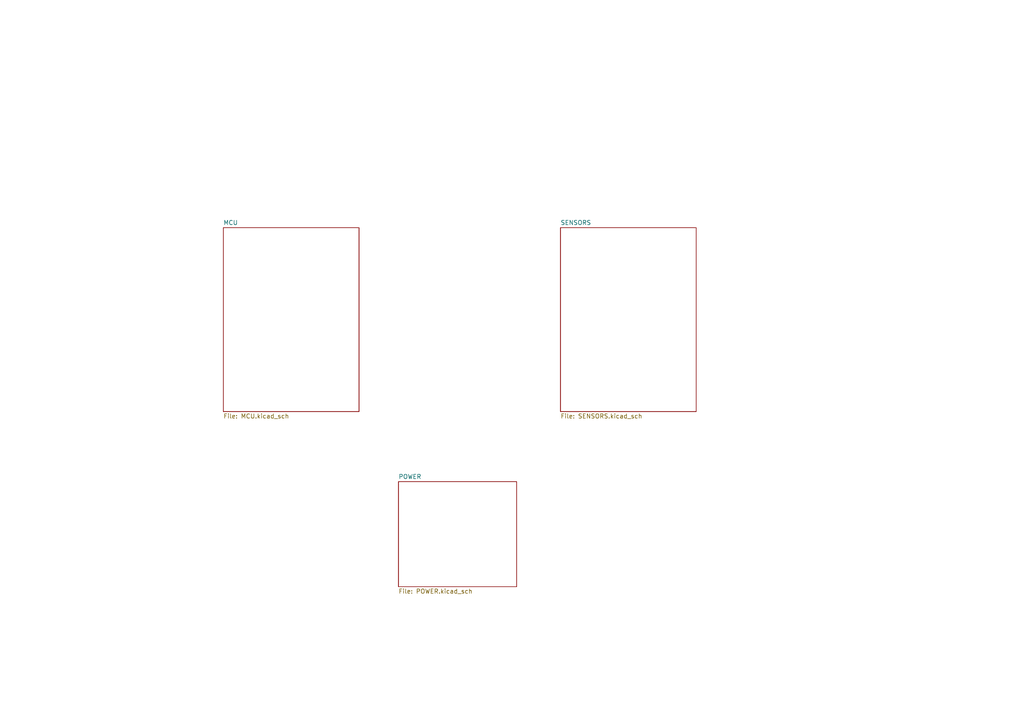
<source format=kicad_sch>
(kicad_sch (version 20230121) (generator eeschema)
  (paper "A4")
  (lib_symbols)
  (sheet (at 64.77 66.04) (size 39.37 53.34) (stroke (width 0.1524))
    (property "Sheetname" "MCU" (at 64.77 65.3284 0) (effects (justify left bottom)))
    (property "Sheetfile" "MCU.kicad_sch" (at 64.77 119.9646 0) (effects (justify left top)))
  )
  (sheet (at 162.56 66.04) (size 39.37 53.34) (stroke (width 0.1524))
    (property "Sheetname" "SENSORS" (at 162.56 65.3284 0) (effects (justify left bottom)))
    (property "Sheetfile" "SENSORS.kicad_sch" (at 162.56 119.9646 0) (effects (justify left top)))
  )
  (sheet (at 115.57 139.7) (size 34.29 30.48) (stroke (width 0.1524))
    (property "Sheetname" "POWER" (at 115.57 138.9884 0) (effects (justify left bottom)))
    (property "Sheetfile" "POWER.kicad_sch" (at 115.57 170.7646 0) (effects (justify left top)))
  )
)
</source>
